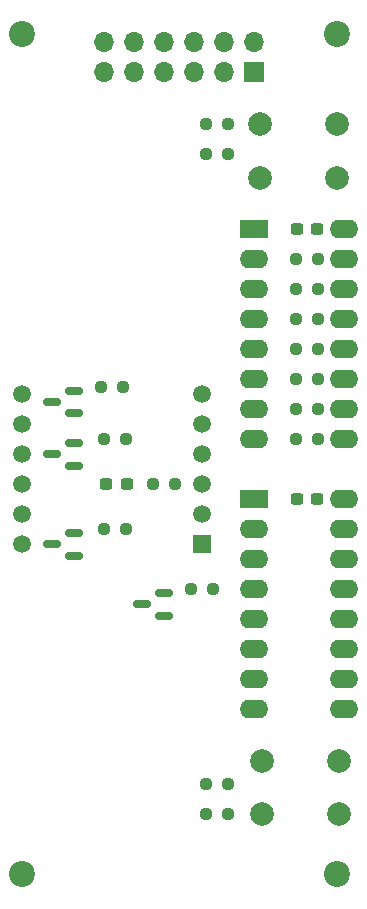
<source format=gbs>
G04 #@! TF.GenerationSoftware,KiCad,Pcbnew,7.0.9-7.0.9~ubuntu20.04.1*
G04 #@! TF.CreationDate,2023-12-20T18:48:11+01:00*
G04 #@! TF.ProjectId,kicad-pmod_7seg,6b696361-642d-4706-9d6f-645f37736567,1.0*
G04 #@! TF.SameCoordinates,Original*
G04 #@! TF.FileFunction,Soldermask,Bot*
G04 #@! TF.FilePolarity,Negative*
%FSLAX46Y46*%
G04 Gerber Fmt 4.6, Leading zero omitted, Abs format (unit mm)*
G04 Created by KiCad (PCBNEW 7.0.9-7.0.9~ubuntu20.04.1) date 2023-12-20 18:48:11*
%MOMM*%
%LPD*%
G01*
G04 APERTURE LIST*
G04 Aperture macros list*
%AMRoundRect*
0 Rectangle with rounded corners*
0 $1 Rounding radius*
0 $2 $3 $4 $5 $6 $7 $8 $9 X,Y pos of 4 corners*
0 Add a 4 corners polygon primitive as box body*
4,1,4,$2,$3,$4,$5,$6,$7,$8,$9,$2,$3,0*
0 Add four circle primitives for the rounded corners*
1,1,$1+$1,$2,$3*
1,1,$1+$1,$4,$5*
1,1,$1+$1,$6,$7*
1,1,$1+$1,$8,$9*
0 Add four rect primitives between the rounded corners*
20,1,$1+$1,$2,$3,$4,$5,0*
20,1,$1+$1,$4,$5,$6,$7,0*
20,1,$1+$1,$6,$7,$8,$9,0*
20,1,$1+$1,$8,$9,$2,$3,0*%
G04 Aperture macros list end*
%ADD10RoundRect,0.237500X0.250000X0.237500X-0.250000X0.237500X-0.250000X-0.237500X0.250000X-0.237500X0*%
%ADD11C,2.200000*%
%ADD12R,1.700000X1.700000*%
%ADD13O,1.700000X1.700000*%
%ADD14R,2.400000X1.600000*%
%ADD15O,2.400000X1.600000*%
%ADD16R,1.500000X1.500000*%
%ADD17C,1.500000*%
%ADD18C,2.000000*%
%ADD19RoundRect,0.237500X-0.250000X-0.237500X0.250000X-0.237500X0.250000X0.237500X-0.250000X0.237500X0*%
%ADD20RoundRect,0.150000X0.587500X0.150000X-0.587500X0.150000X-0.587500X-0.150000X0.587500X-0.150000X0*%
%ADD21RoundRect,0.237500X0.300000X0.237500X-0.300000X0.237500X-0.300000X-0.237500X0.300000X-0.237500X0*%
%ADD22RoundRect,0.237500X-0.300000X-0.237500X0.300000X-0.237500X0.300000X0.237500X-0.300000X0.237500X0*%
G04 APERTURE END LIST*
D10*
X132992500Y-85725000D03*
X131167500Y-85725000D03*
D11*
X120015000Y-47625000D03*
X146685000Y-118745000D03*
D12*
X139700000Y-50800000D03*
D13*
X139700000Y-48260000D03*
X137160000Y-50800000D03*
X137160000Y-48260000D03*
X134620000Y-50800000D03*
X134620000Y-48260000D03*
X132080000Y-50800000D03*
X132080000Y-48260000D03*
X129540000Y-50800000D03*
X129540000Y-48260000D03*
X127000000Y-50800000D03*
X127000000Y-48260000D03*
D14*
X139700000Y-64135000D03*
D15*
X139700000Y-66675000D03*
X139700000Y-69215000D03*
X139700000Y-71755000D03*
X139700000Y-74295000D03*
X139700000Y-76835000D03*
X139700000Y-79375000D03*
X139700000Y-81915000D03*
X147320000Y-81915000D03*
X147320000Y-79375000D03*
X147320000Y-76835000D03*
X147320000Y-74295000D03*
X147320000Y-71755000D03*
X147320000Y-69215000D03*
X147320000Y-66675000D03*
X147320000Y-64135000D03*
D16*
X135255000Y-90805000D03*
D17*
X135255000Y-88265000D03*
X135255000Y-85725000D03*
X135255000Y-83185000D03*
X135255000Y-80645000D03*
X135255000Y-78105000D03*
X120015000Y-78105000D03*
X120015000Y-80645000D03*
X120015000Y-83185000D03*
X120015000Y-85725000D03*
X120015000Y-88265000D03*
X120015000Y-90805000D03*
D18*
X140185000Y-55245000D03*
X146685000Y-55245000D03*
X140185000Y-59745000D03*
X146685000Y-59745000D03*
X146835000Y-113665000D03*
X140335000Y-113665000D03*
X146835000Y-109165000D03*
X140335000Y-109165000D03*
D11*
X120015000Y-118745000D03*
D14*
X139700000Y-86995000D03*
D15*
X139700000Y-89535000D03*
X139700000Y-92075000D03*
X139700000Y-94615000D03*
X139700000Y-97155000D03*
X139700000Y-99695000D03*
X139700000Y-102235000D03*
X139700000Y-104775000D03*
X147320000Y-104775000D03*
X147320000Y-102235000D03*
X147320000Y-99695000D03*
X147320000Y-97155000D03*
X147320000Y-94615000D03*
X147320000Y-92075000D03*
X147320000Y-89535000D03*
X147320000Y-86995000D03*
D11*
X146685000Y-47625000D03*
D19*
X143232500Y-71755000D03*
X145057500Y-71755000D03*
X135612500Y-55245000D03*
X137437500Y-55245000D03*
X135612500Y-113665000D03*
X137437500Y-113665000D03*
X143232500Y-76835000D03*
X145057500Y-76835000D03*
D20*
X132050000Y-94935000D03*
X132050000Y-96835000D03*
X130175000Y-95885000D03*
D10*
X128825000Y-81915000D03*
X127000000Y-81915000D03*
D19*
X143232500Y-66675000D03*
X145057500Y-66675000D03*
D10*
X128825000Y-89535000D03*
X127000000Y-89535000D03*
D20*
X124430000Y-82235000D03*
X124430000Y-84135000D03*
X122555000Y-83185000D03*
D21*
X145007500Y-64135000D03*
X143282500Y-64135000D03*
D10*
X136167500Y-94615000D03*
X134342500Y-94615000D03*
D19*
X135612500Y-111125000D03*
X137437500Y-111125000D03*
D22*
X127180000Y-85725000D03*
X128905000Y-85725000D03*
D20*
X124430000Y-89855000D03*
X124430000Y-91755000D03*
X122555000Y-90805000D03*
D10*
X128547500Y-77470000D03*
X126722500Y-77470000D03*
D19*
X143232500Y-74295000D03*
X145057500Y-74295000D03*
X143232500Y-69215000D03*
X145057500Y-69215000D03*
X135612500Y-57785000D03*
X137437500Y-57785000D03*
X143232500Y-81915000D03*
X145057500Y-81915000D03*
D20*
X124430000Y-77790000D03*
X124430000Y-79690000D03*
X122555000Y-78740000D03*
D19*
X143232500Y-79375000D03*
X145057500Y-79375000D03*
D21*
X145007500Y-86995000D03*
X143282500Y-86995000D03*
M02*

</source>
